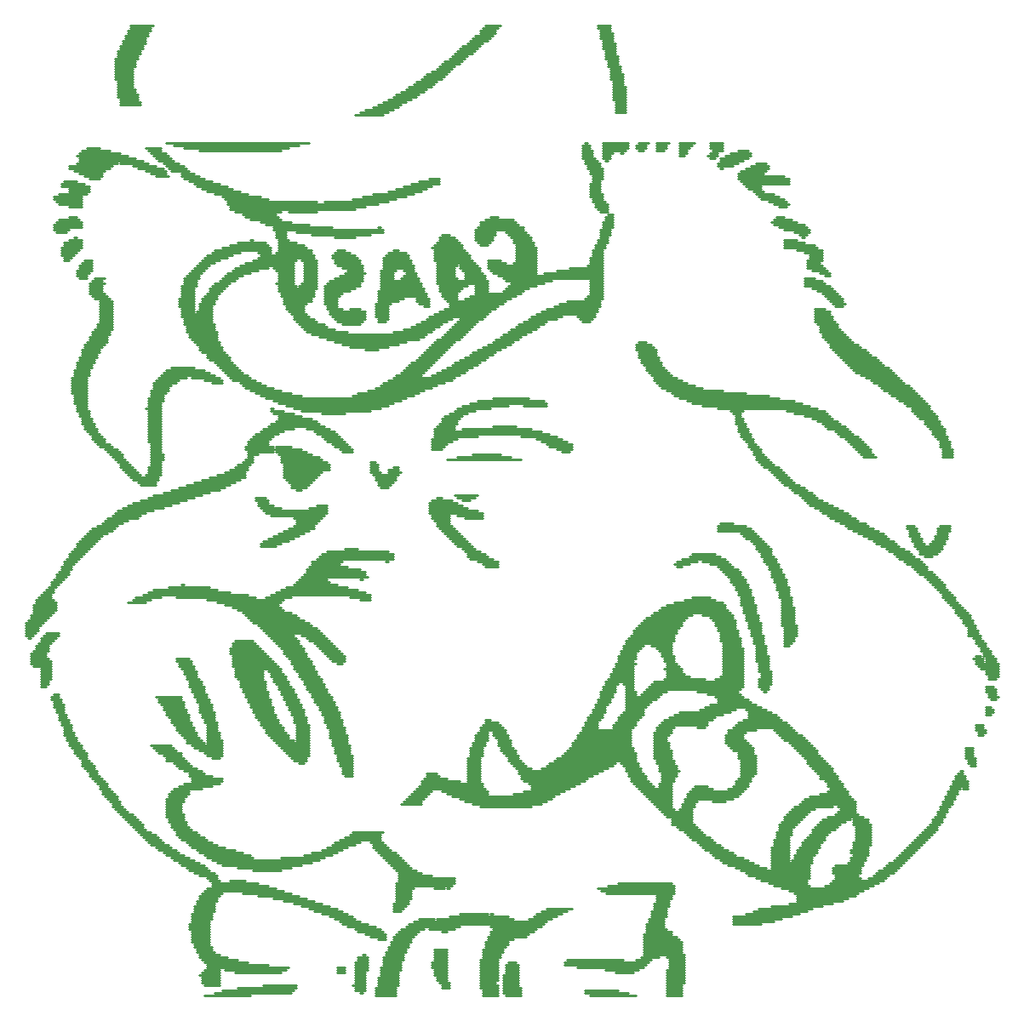
<source format=gbo>
%FSTAX23Y23*%
%MOIN*%
%SFA1B1*%

%IPPOS*%
%ADD33C,0.010000*%
%LNcontrolboard-1*%
%LPD*%
G54D33*
X02284Y03967D02*
X02334D01*
X01844D02*
X01904D01*
X00454D02*
X00544D01*
X02284Y03957D02*
X02334D01*
X01834D02*
X01894D01*
X00454D02*
X00534D01*
X02294Y03947D02*
X02334D01*
X01824D02*
X01884D01*
X00444D02*
X00534D01*
X02294Y03937D02*
X02344D01*
X01824D02*
X01884D01*
X00444D02*
X00524D01*
X02294Y03927D02*
X02344D01*
X01804D02*
X01874D01*
X00434D02*
X00524D01*
X02294Y03917D02*
X02344D01*
X01794D02*
X01864D01*
X00434D02*
X00514D01*
X02304Y03907D02*
X02344D01*
X01784D02*
X01854D01*
X00424D02*
X00514D01*
X02304Y03897D02*
X02354D01*
X01774D02*
X01834D01*
X00424D02*
X00514D01*
X02304Y03887D02*
X02354D01*
X01754D02*
X01824D01*
X00414D02*
X00504D01*
X02304Y03877D02*
X02354D01*
X01744D02*
X01814D01*
X00414D02*
X00504D01*
X02314Y03867D02*
X02354D01*
X01734D02*
X01804D01*
X00404D02*
X00494D01*
X02314Y03857D02*
X02354D01*
X01724D02*
X01794D01*
X00404D02*
X00494D01*
X02314Y03847D02*
X02364D01*
X01714D02*
X01774D01*
X00404D02*
X00484D01*
X02314Y03837D02*
X02364D01*
X01704D02*
X01764D01*
X00394D02*
X00484D01*
X02324Y03827D02*
X02364D01*
X01684D02*
X01754D01*
X00394D02*
X00474D01*
X02324Y03817D02*
X02364D01*
X01674D02*
X01744D01*
X00394D02*
X00474D01*
X02324Y03807D02*
X02374D01*
X01664D02*
X01724D01*
X00394D02*
X00474D01*
X02334Y03797D02*
X02374D01*
X01654D02*
X01714D01*
X00394D02*
X00464D01*
X02334Y03787D02*
X02374D01*
X01634D02*
X01704D01*
X00394D02*
X00464D01*
X02334Y03777D02*
X02384D01*
X01614D02*
X01694D01*
X00394D02*
X00464D01*
X02334Y03767D02*
X02384D01*
X01604D02*
X01684D01*
X00394D02*
X00464D01*
X02334Y03757D02*
X02384D01*
X01594D02*
X01674D01*
X00394D02*
X00464D01*
X02344Y03747D02*
X02384D01*
X01574D02*
X01654D01*
X00404D02*
X00464D01*
X02344Y03737D02*
X02384D01*
X01564D02*
X01644D01*
X00404D02*
X00464D01*
X02344Y03727D02*
X02394D01*
X01544D02*
X01634D01*
X00404D02*
X00464D01*
X02344Y03717D02*
X02394D01*
X01534D02*
X01614D01*
X00404D02*
X00474D01*
X02344Y03707D02*
X02394D01*
X01514D02*
X01604D01*
X00404D02*
X00474D01*
X02344Y03697D02*
X02394D01*
X01494D02*
X01584D01*
X00404D02*
X00484D01*
X02344Y03687D02*
X02394D01*
X01484D02*
X01574D01*
X00404D02*
X00484D01*
X02344Y03677D02*
X02394D01*
X01464D02*
X01554D01*
X00414D02*
X00484D01*
X02354Y03667D02*
X02394D01*
X01444D02*
X01534D01*
X00414D02*
X00494D01*
X02354Y03657D02*
X02394D01*
X01424D02*
X01514D01*
X00414D02*
X00494D01*
X02354Y03647D02*
X02394D01*
X01404D02*
X01504D01*
X02354Y03637D02*
X02394D01*
X01374D02*
X01484D01*
X02354Y03627D02*
X02394D01*
X01354D02*
X01464D01*
X01334Y03617D02*
X01444D01*
X02724Y03507D02*
X02774D01*
X02604D02*
X02664D01*
X02514D02*
X02564D01*
X02444D02*
X02484D01*
X02304D02*
X02404D01*
X02234D02*
X02244D01*
X00594D02*
X01154D01*
X02724Y03497D02*
X02774D01*
X02604D02*
X02654D01*
X02514D02*
X02554D01*
X02434D02*
X02474D01*
X02304D02*
X02404D01*
X02224D02*
X02254D01*
X00624D02*
X01114D01*
X02724Y03487D02*
X02774D01*
X02604D02*
X02644D01*
X02514D02*
X02554D01*
X02434D02*
X02474D01*
X02304D02*
X02404D01*
X02224D02*
X02254D01*
X00664D02*
X01074D01*
X00514D02*
X00574D01*
X00284D02*
X00334D01*
X02834Y03477D02*
X02874D01*
X02734D02*
X02774D01*
X02604D02*
X02634D01*
X02514D02*
X02544D01*
X02444D02*
X02464D01*
X02304D02*
X02394D01*
X02224D02*
X02264D01*
X00724D02*
X01044D01*
X00524D02*
X00574D01*
X00264D02*
X00374D01*
X02804Y03467D02*
X02884D01*
X02724D02*
X02754D01*
X02604D02*
X02634D01*
X02374D02*
X02384D01*
X02304D02*
X02344D01*
X02224D02*
X02264D01*
X00534D02*
X00594D01*
X00254D02*
X00414D01*
X02784Y03457D02*
X02884D01*
X02714D02*
X02754D01*
X02604D02*
X02624D01*
X02304D02*
X02334D01*
X02224D02*
X02264D01*
X00544D02*
X00604D01*
X00244D02*
X00444D01*
X02764Y03447D02*
X02874D01*
X02724D02*
X02744D01*
X02304D02*
X02334D01*
X02224D02*
X02274D01*
X00554D02*
X00614D01*
X00254D02*
X00474D01*
X02764Y03437D02*
X02854D01*
X02314D02*
X02324D01*
X02234D02*
X02284D01*
X00564D02*
X00624D01*
X00254D02*
X00504D01*
X02904Y03427D02*
X02944D01*
X02754D02*
X02834D01*
X02234D02*
X02294D01*
X00584D02*
X00644D01*
X00414D02*
X00524D01*
X00244D02*
X00404D01*
X02884Y03417D02*
X02954D01*
X02754D02*
X02814D01*
X02244D02*
X02294D01*
X00594D02*
X00664D01*
X00464D02*
X00554D01*
X00214D02*
X00384D01*
X02864Y03407D02*
X02954D01*
X02764D02*
X02774D01*
X02244D02*
X02304D01*
X00604D02*
X00674D01*
X00484D02*
X00584D01*
X00214D02*
X00374D01*
X02844Y03397D02*
X02944D01*
X02254D02*
X02304D01*
X00614D02*
X00684D01*
X00514D02*
X00594D01*
X00234D02*
X00354D01*
X02834Y03387D02*
X02934D01*
X02254D02*
X02304D01*
X00654D02*
X00704D01*
X00534D02*
X00594D01*
X00254D02*
X00344D01*
X02834Y03377D02*
X03014D01*
X02264D02*
X02304D01*
X00654D02*
X00724D01*
X00554D02*
X00604D01*
X00274D02*
X00344D01*
X02834Y03367D02*
X03034D01*
X02264D02*
X02304D01*
X01624D02*
X01664D01*
X00664D02*
X00744D01*
X00294D02*
X00334D01*
X02844Y03357D02*
X03034D01*
X02264D02*
X02294D01*
X01584D02*
X01664D01*
X00684D02*
X00774D01*
X00194D02*
X00244D01*
X02854Y03347D02*
X03034D01*
X02254D02*
X02294D01*
X01554D02*
X01664D01*
X00704D02*
X00804D01*
X00184D02*
X00274D01*
X02864Y03337D02*
X02924D01*
X02254D02*
X02294D01*
X01524D02*
X01634D01*
X00714D02*
X00834D01*
X00184D02*
X00294D01*
X02874Y03327D02*
X02924D01*
X02254D02*
X02294D01*
X01494D02*
X01614D01*
X00734D02*
X00854D01*
X00214D02*
X00294D01*
X02894Y03317D02*
X02934D01*
X02254D02*
X02294D01*
X01464D02*
X01594D01*
X00754D02*
X00884D01*
X00214D02*
X00294D01*
X02904Y03307D02*
X02974D01*
X02254D02*
X02304D01*
X01404D02*
X01564D01*
X00784D02*
X00914D01*
X00174D02*
X00284D01*
X02914Y03297D02*
X02994D01*
X02254D02*
X02304D01*
X01364D02*
X01534D01*
X00814D02*
X00964D01*
X00154D02*
X00264D01*
X02924Y03287D02*
X03014D01*
X02264D02*
X02304D01*
X01324D02*
X01494D01*
X00824D02*
X00994D01*
X00154D02*
X00264D01*
X02954Y03277D02*
X03024D01*
X02264D02*
X02314D01*
X01214D02*
X01464D01*
X00834D02*
X01184D01*
X00164D02*
X00264D01*
X02974Y03267D02*
X03034D01*
X02274D02*
X02324D01*
X00834D02*
X01424D01*
X00174D02*
X00264D01*
X02994Y03257D02*
X03024D01*
X02274D02*
X02324D01*
X00844D02*
X01374D01*
X00214D02*
X00264D01*
X02284Y03247D02*
X02324D01*
X00844D02*
X01334D01*
X02294Y03237D02*
X02324D01*
X01074D02*
X01184D01*
X00864D02*
X01044D01*
X02324Y03227D02*
X02344D01*
X00894D02*
X01024D01*
X02984Y03217D02*
X03014D01*
X02314D02*
X02344D01*
X01864D02*
X01894D01*
X00904D02*
X01034D01*
X00214D02*
X00244D01*
X02974Y03207D02*
X03044D01*
X02314D02*
X02344D01*
X01844D02*
X01954D01*
X00924D02*
X01044D01*
X00174D02*
X00254D01*
X02964Y03197D02*
X03064D01*
X02304D02*
X02344D01*
X01824D02*
X01964D01*
X00964D02*
X01084D01*
X00164D02*
X00264D01*
X02974Y03187D02*
X03094D01*
X02304D02*
X02344D01*
X01824D02*
X01974D01*
X00984D02*
X01154D01*
X00154D02*
X00264D01*
X02994Y03177D02*
X03104D01*
X02304D02*
X02344D01*
X01814D02*
X01994D01*
X01424D02*
X01434D01*
X01014D02*
X01244D01*
X00154D02*
X00264D01*
X03014Y03167D02*
X03114D01*
X02294D02*
X02334D01*
X01804D02*
X01994D01*
X01014D02*
X01444D01*
X00154D02*
X00214D01*
X03054Y03157D02*
X03114D01*
X02294D02*
X02334D01*
X01924D02*
X02004D01*
X01804D02*
X01884D01*
X01104D02*
X01444D01*
X01024D02*
X01064D01*
X00164D02*
X00204D01*
X03074Y03147D02*
X03104D01*
X02294D02*
X02334D01*
X01934D02*
X02014D01*
X01804D02*
X01884D01*
X01674D02*
X01704D01*
X01164D02*
X01394D01*
X01024D02*
X01064D01*
X03084Y03137D02*
X03094D01*
X02294D02*
X02324D01*
X01944D02*
X02024D01*
X01804D02*
X01874D01*
X01664D02*
X01724D01*
X01254D02*
X01334D01*
X01024D02*
X01064D01*
X00234D02*
X00244D01*
X03014Y03127D02*
X03064D01*
X02284D02*
X02324D01*
X01954D02*
X02024D01*
X01804D02*
X01874D01*
X01664D02*
X01734D01*
X01034D02*
X01074D01*
X00924D02*
X00934D01*
X00214D02*
X00264D01*
X03014Y03117D02*
X03094D01*
X02284D02*
X02324D01*
X01954D02*
X02034D01*
X01814D02*
X01864D01*
X01654D02*
X01744D01*
X01034D02*
X01104D01*
X00874D02*
X00984D01*
X00194D02*
X00264D01*
X03014Y03107D02*
X03134D01*
X02274D02*
X02314D01*
X01964D02*
X02034D01*
X01824D02*
X01854D01*
X01644D02*
X01754D01*
X01034D02*
X01134D01*
X00844D02*
X00994D01*
X00194D02*
X00264D01*
X03014Y03097D02*
X03144D01*
X02274D02*
X02314D01*
X01964D02*
X02044D01*
X01634D02*
X01754D01*
X01034D02*
X01144D01*
X00814D02*
X01004D01*
X00184D02*
X00264D01*
X03064Y03087D02*
X03164D01*
X02264D02*
X02304D01*
X01964D02*
X02044D01*
X01644D02*
X01764D01*
X01484D02*
X01504D01*
X01264D02*
X01294D01*
X01034D02*
X01164D01*
X00784D02*
X01004D01*
X00184D02*
X00254D01*
X03094Y03077D02*
X03164D01*
X02264D02*
X02304D01*
X01964D02*
X02044D01*
X01644D02*
X01774D01*
X01464D02*
X01534D01*
X01254D02*
X01314D01*
X01024D02*
X01164D01*
X00954D02*
X01004D01*
X00774D02*
X00884D01*
X00184D02*
X00244D01*
X03114Y03067D02*
X03164D01*
X02264D02*
X02304D01*
X01964D02*
X02044D01*
X01644D02*
X01784D01*
X01454D02*
X01544D01*
X01244D02*
X01334D01*
X00964D02*
X01174D01*
X00754D02*
X00854D01*
X00184D02*
X00234D01*
X03114Y03057D02*
X03164D01*
X02254D02*
X02304D01*
X01964D02*
X02044D01*
X01644D02*
X01784D01*
X01444D02*
X01544D01*
X01244D02*
X01344D01*
X00954D02*
X01174D01*
X00744D02*
X00834D01*
X00194D02*
X00224D01*
X03104Y03047D02*
X03164D01*
X02254D02*
X02304D01*
X01964D02*
X02044D01*
X01854D02*
X01904D01*
X01644D02*
X01794D01*
X01444D02*
X01554D01*
X01254D02*
X01354D01*
X01124D02*
X01184D01*
X00934D02*
X01104D01*
X00734D02*
X00804D01*
X00274D02*
X00304D01*
X00194D02*
X00214D01*
X03104Y03037D02*
X03154D01*
X02254D02*
X02304D01*
X01954D02*
X02044D01*
X01854D02*
X01924D01*
X01654D02*
X01804D01*
X01444D02*
X01554D01*
X01254D02*
X01354D01*
X01134D02*
X01184D01*
X00904D02*
X01094D01*
X00724D02*
X00784D01*
X00264D02*
X00304D01*
X03104Y03027D02*
X03164D01*
X02244D02*
X02304D01*
X01854D02*
X02044D01*
X01744D02*
X01814D01*
X01654D02*
X01734D01*
X01444D02*
X01564D01*
X01264D02*
X01364D01*
X01134D02*
X01184D01*
X00884D02*
X01094D01*
X00714D02*
X00764D01*
X00254D02*
X00304D01*
X03104Y03017D02*
X03174D01*
X02174D02*
X02304D01*
X01854D02*
X02044D01*
X01744D02*
X01824D01*
X01654D02*
X01724D01*
X01444D02*
X01564D01*
X01284D02*
X01364D01*
X01134D02*
X01184D01*
X01014D02*
X01094D01*
X00864D02*
X00994D01*
X00704D02*
X00754D01*
X00254D02*
X00304D01*
X03124Y03007D02*
X03184D01*
X02124D02*
X02304D01*
X01864D02*
X02044D01*
X01754D02*
X01824D01*
X01654D02*
X01724D01*
X01524D02*
X01564D01*
X01434D02*
X01494D01*
X01304D02*
X01364D01*
X01134D02*
X01184D01*
X01024D02*
X01094D01*
X00854D02*
X00954D01*
X00694D02*
X00744D01*
X00244D02*
X00304D01*
X03154Y02997D02*
X03194D01*
X02074D02*
X02304D01*
X01874D02*
X02044D01*
X01764D02*
X01834D01*
X01654D02*
X01724D01*
X01534D02*
X01574D01*
X01434D02*
X01484D01*
X01294D02*
X01374D01*
X01134D02*
X01184D01*
X01034D02*
X01094D01*
X00834D02*
X00924D01*
X00684D02*
X00734D01*
X00244D02*
X00294D01*
X03174Y02987D02*
X03194D01*
X01894D02*
X02304D01*
X01764D02*
X01844D01*
X01654D02*
X01724D01*
X01524D02*
X01574D01*
X01434D02*
X01484D01*
X01274D02*
X01364D01*
X01134D02*
X01184D01*
X01034D02*
X01094D01*
X00824D02*
X00894D01*
X00674D02*
X00724D01*
X00244D02*
X00284D01*
X03094Y02977D02*
X03134D01*
X01914D02*
X02304D01*
X01764D02*
X01844D01*
X01654D02*
X01734D01*
X01514D02*
X01584D01*
X01434D02*
X01484D01*
X01254D02*
X01364D01*
X01134D02*
X01184D01*
X01034D02*
X01094D01*
X00814D02*
X00874D01*
X00664D02*
X00724D01*
X00314D02*
X00354D01*
X00254D02*
X00284D01*
X03094Y02967D02*
X03164D01*
X02254D02*
X02304D01*
X01924D02*
X02104D01*
X01654D02*
X01854D01*
X01434D02*
X01584D01*
X01234D02*
X01364D01*
X01134D02*
X01184D01*
X01034D02*
X01094D01*
X00804D02*
X00864D01*
X00664D02*
X00714D01*
X00304D02*
X00344D01*
X03094Y02957D02*
X03174D01*
X02254D02*
X02304D01*
X01944D02*
X02074D01*
X01654D02*
X01854D01*
X01434D02*
X01594D01*
X01224D02*
X01354D01*
X01124D02*
X01184D01*
X01024D02*
X01094D01*
X00784D02*
X00844D01*
X00664D02*
X00714D01*
X00294D02*
X00354D01*
X03094Y02947D02*
X03194D01*
X02254D02*
X02304D01*
X01934D02*
X02044D01*
X01804D02*
X01854D01*
X01664D02*
X01774D01*
X01434D02*
X01594D01*
X01214D02*
X01354D01*
X01114D02*
X01184D01*
X01034D02*
X01104D01*
X00774D02*
X00834D01*
X00654D02*
X00714D01*
X00294D02*
X00344D01*
X03124Y02937D02*
X03204D01*
X02254D02*
X02304D01*
X01924D02*
X02014D01*
X01804D02*
X01854D01*
X01664D02*
X01754D01*
X01434D02*
X01604D01*
X01214D02*
X01334D01*
X01034D02*
X01184D01*
X00764D02*
X00824D01*
X00654D02*
X00704D01*
X00294D02*
X00344D01*
X03144Y02927D02*
X03214D01*
X02254D02*
X02304D01*
X01914D02*
X01994D01*
X01804D02*
X01854D01*
X01664D02*
X01744D01*
X01424D02*
X01604D01*
X01214D02*
X01314D01*
X01034D02*
X01174D01*
X00764D02*
X00814D01*
X00654D02*
X00704D01*
X00294D02*
X00344D01*
X03164Y02917D02*
X03224D01*
X02254D02*
X02304D01*
X01804D02*
X01984D01*
X01674D02*
X01734D01*
X01424D02*
X01614D01*
X01214D02*
X01284D01*
X01044D02*
X01174D01*
X00754D02*
X00804D01*
X00654D02*
X00704D01*
X00294D02*
X00354D01*
X03174Y02907D02*
X03234D01*
X02244D02*
X02304D01*
X01784D02*
X01964D01*
X01674D02*
X01734D01*
X01424D02*
X01614D01*
X01214D02*
X01274D01*
X01044D02*
X01174D01*
X00744D02*
X00794D01*
X00654D02*
X00704D01*
X00304D02*
X00364D01*
X03184Y02897D02*
X03244D01*
X02234D02*
X02304D01*
X01764D02*
X01944D01*
X01684D02*
X01734D01*
X01574D02*
X01624D01*
X01424D02*
X01524D01*
X01214D02*
X01264D01*
X01054D02*
X01164D01*
X00734D02*
X00794D01*
X00644D02*
X00704D01*
X00314D02*
X00374D01*
X03194Y02887D02*
X03244D01*
X02164D02*
X02294D01*
X01694D02*
X01924D01*
X01574D02*
X01624D01*
X01424D02*
X01504D01*
X01214D02*
X01264D01*
X01054D02*
X01164D01*
X00734D02*
X00784D01*
X00644D02*
X00704D01*
X00334D02*
X00384D01*
X03204Y02877D02*
X03254D01*
X02134D02*
X02294D01*
X01704D02*
X01914D01*
X01584D02*
X01624D01*
X01414D02*
X01474D01*
X01214D02*
X01264D01*
X01054D02*
X01144D01*
X00724D02*
X00784D01*
X00644D02*
X00704D01*
X00334D02*
X00384D01*
X03214Y02867D02*
X03244D01*
X02114D02*
X02294D01*
X01704D02*
X01894D01*
X01604D02*
X01624D01*
X01414D02*
X01464D01*
X01224D02*
X01264D01*
X01064D02*
X01134D01*
X00724D02*
X00774D01*
X00644D02*
X00704D01*
X00334D02*
X00384D01*
X03134Y02857D02*
X03174D01*
X02084D02*
X02284D01*
X01684D02*
X01884D01*
X01414D02*
X01464D01*
X01314D02*
X01354D01*
X01224D02*
X01284D01*
X01064D02*
X01134D01*
X00724D02*
X00774D01*
X00654D02*
X00704D01*
X00334D02*
X00384D01*
X03134Y02847D02*
X03194D01*
X02064D02*
X02284D01*
X01664D02*
X01864D01*
X01414D02*
X01464D01*
X01234D02*
X01374D01*
X01074D02*
X01134D01*
X00714D02*
X00774D01*
X00654D02*
X00704D01*
X00334D02*
X00384D01*
X03134Y02837D02*
X03194D01*
X02044D02*
X02274D01*
X01644D02*
X01854D01*
X01414D02*
X01464D01*
X01234D02*
X01374D01*
X01084D02*
X01144D01*
X00654D02*
X00774D01*
X00334D02*
X00384D01*
X03134Y02827D02*
X03204D01*
X02204D02*
X02274D01*
X02024D02*
X02144D01*
X01624D02*
X01844D01*
X01414D02*
X01464D01*
X01244D02*
X01374D01*
X01094D02*
X01154D01*
X00654D02*
X00774D01*
X00334D02*
X00384D01*
X03134Y02817D02*
X03204D01*
X02214D02*
X02264D01*
X02014D02*
X02124D01*
X01744D02*
X01834D01*
X01614D02*
X01714D01*
X01424D02*
X01464D01*
X01254D02*
X01374D01*
X01094D02*
X01174D01*
X00664D02*
X00774D01*
X00334D02*
X00384D01*
X03134Y02807D02*
X03214D01*
X02224D02*
X02254D01*
X01994D02*
X02084D01*
X01734D02*
X01814D01*
X01594D02*
X01694D01*
X01424D02*
X01454D01*
X01264D02*
X01364D01*
X01104D02*
X01184D01*
X00664D02*
X00774D01*
X00334D02*
X00384D01*
X03144Y02797D02*
X03224D01*
X01974D02*
X02074D01*
X01724D02*
X01804D01*
X01574D02*
X01674D01*
X01284D02*
X01354D01*
X01114D02*
X01214D01*
X00664D02*
X00784D01*
X00324D02*
X00384D01*
X03154Y02787D02*
X03224D01*
X01964D02*
X02054D01*
X01714D02*
X01794D01*
X01554D02*
X01664D01*
X01124D02*
X01224D01*
X00674D02*
X00784D01*
X00324D02*
X00384D01*
X03154Y02777D02*
X03234D01*
X01944D02*
X02044D01*
X01704D02*
X01784D01*
X01524D02*
X01644D01*
X01134D02*
X01254D01*
X00674D02*
X00784D01*
X00314D02*
X00384D01*
X03154Y02767D02*
X03244D01*
X01934D02*
X02024D01*
X01694D02*
X01774D01*
X01484D02*
X01634D01*
X01144D02*
X01304D01*
X00674D02*
X00794D01*
X00304D02*
X00374D01*
X03164Y02757D02*
X03254D01*
X01914D02*
X02004D01*
X01684D02*
X01764D01*
X01164D02*
X01614D01*
X00684D02*
X00794D01*
X00304D02*
X00374D01*
X03164Y02747D02*
X03264D01*
X01904D02*
X01984D01*
X01674D02*
X01754D01*
X01194D02*
X01604D01*
X00684D02*
X00794D01*
X00294D02*
X00364D01*
X03174Y02737D02*
X03274D01*
X01884D02*
X01974D01*
X01654D02*
X01744D01*
X01224D02*
X01584D01*
X00694D02*
X00794D01*
X00294D02*
X00364D01*
X03184Y02727D02*
X03284D01*
X02444D02*
X02474D01*
X01874D02*
X01954D01*
X01644D02*
X01724D01*
X01254D02*
X01534D01*
X00704D02*
X00804D01*
X00284D02*
X00364D01*
X03194Y02717D02*
X03304D01*
X02434D02*
X02494D01*
X01854D02*
X01944D01*
X01634D02*
X01714D01*
X01284D02*
X01504D01*
X00714D02*
X00804D01*
X00274D02*
X00354D01*
X03194Y02707D02*
X03314D01*
X02434D02*
X02504D01*
X01834D02*
X01924D01*
X01624D02*
X01704D01*
X01314D02*
X01464D01*
X00724D02*
X00814D01*
X00274D02*
X00344D01*
X03204Y02697D02*
X03334D01*
X02434D02*
X02514D01*
X01814D02*
X01904D01*
X01614D02*
X01694D01*
X01374D02*
X01424D01*
X00724D02*
X00814D01*
X00264D02*
X00334D01*
X03214Y02687D02*
X03344D01*
X02444D02*
X02514D01*
X01794D02*
X01884D01*
X01604D02*
X01684D01*
X00734D02*
X00824D01*
X00264D02*
X00334D01*
X03224Y02677D02*
X03354D01*
X02444D02*
X02514D01*
X01784D02*
X01874D01*
X01594D02*
X01674D01*
X00754D02*
X00834D01*
X00264D02*
X00324D01*
X03234Y02667D02*
X03374D01*
X02444D02*
X02524D01*
X01764D02*
X01854D01*
X01584D02*
X01664D01*
X00754D02*
X00844D01*
X00254D02*
X00324D01*
X03244Y02657D02*
X03384D01*
X02454D02*
X02524D01*
X01744D02*
X01844D01*
X01574D02*
X01654D01*
X00764D02*
X00844D01*
X00254D02*
X00314D01*
X03254Y02647D02*
X03394D01*
X02454D02*
X02534D01*
X01724D02*
X01824D01*
X01554D02*
X01644D01*
X00784D02*
X00854D01*
X00244D02*
X00314D01*
X03264Y02637D02*
X03404D01*
X02464D02*
X02534D01*
X01714D02*
X01814D01*
X01544D02*
X01634D01*
X00794D02*
X00864D01*
X00244D02*
X00304D01*
X03274Y02627D02*
X03424D01*
X02474D02*
X02544D01*
X01694D02*
X01794D01*
X01534D02*
X01624D01*
X00804D02*
X00874D01*
X00614D02*
X00704D01*
X00244D02*
X00304D01*
X03284Y02617D02*
X03434D01*
X02474D02*
X02554D01*
X01674D02*
X01774D01*
X01524D02*
X01614D01*
X00814D02*
X00884D01*
X00594D02*
X00744D01*
X00234D02*
X00294D01*
X03294Y02607D02*
X03444D01*
X02484D02*
X02564D01*
X01654D02*
X01764D01*
X01514D02*
X01604D01*
X00824D02*
X00894D01*
X00584D02*
X00764D01*
X00234D02*
X00294D01*
X03314Y02597D02*
X03454D01*
X02494D02*
X02574D01*
X01634D02*
X01744D01*
X01494D02*
X01594D01*
X00834D02*
X00914D01*
X00574D02*
X00784D01*
X00234D02*
X00294D01*
X03334Y02587D02*
X03464D01*
X02504D02*
X02594D01*
X01484D02*
X01724D01*
X00844D02*
X00924D01*
X00694D02*
X00804D01*
X00564D02*
X00674D01*
X00224D02*
X00284D01*
X03354Y02577D02*
X03474D01*
X02504D02*
X02614D01*
X01464D02*
X01714D01*
X00854D02*
X00944D01*
X00744D02*
X00814D01*
X00554D02*
X00644D01*
X00224D02*
X00284D01*
X03364Y02567D02*
X03484D01*
X02514D02*
X02634D01*
X01444D02*
X01684D01*
X00884D02*
X00964D01*
X00774D02*
X00814D01*
X00544D02*
X00634D01*
X00224D02*
X00284D01*
X03384Y02557D02*
X03504D01*
X02524D02*
X02664D01*
X01434D02*
X01654D01*
X00894D02*
X00984D01*
X00544D02*
X00614D01*
X00224D02*
X00284D01*
X03394Y02547D02*
X03514D01*
X02534D02*
X02694D01*
X01414D02*
X01634D01*
X00904D02*
X01014D01*
X00544D02*
X00604D01*
X00224D02*
X00284D01*
X03404Y02537D02*
X03524D01*
X02554D02*
X02774D01*
X01384D02*
X01604D01*
X00924D02*
X01044D01*
X00534D02*
X00604D01*
X00224D02*
X00284D01*
X03424Y02527D02*
X03534D01*
X02574D02*
X02864D01*
X01344D02*
X01584D01*
X00944D02*
X01084D01*
X00534D02*
X00594D01*
X00224D02*
X00284D01*
X03434Y02517D02*
X03544D01*
X02584D02*
X02954D01*
X01324D02*
X01564D01*
X00964D02*
X01124D01*
X00534D02*
X00584D01*
X00234D02*
X00284D01*
X03454Y02507D02*
X03554D01*
X02604D02*
X02994D01*
X01874D02*
X02014D01*
X00984D02*
X01534D01*
X00524D02*
X00584D01*
X00234D02*
X00284D01*
X03464Y02497D02*
X03564D01*
X02634D02*
X03054D01*
X01814D02*
X02074D01*
X01014D02*
X01514D01*
X00524D02*
X00584D01*
X00234D02*
X00284D01*
X03484Y02487D02*
X03574D01*
X02654D02*
X03084D01*
X01784D02*
X02084D01*
X01034D02*
X01484D01*
X00524D02*
X00574D01*
X00234D02*
X00284D01*
X03494Y02477D02*
X03584D01*
X02694D02*
X03114D01*
X01994D02*
X02084D01*
X01754D02*
X01934D01*
X01064D02*
X01464D01*
X00524D02*
X00574D01*
X00244D02*
X00284D01*
X03514Y02467D02*
X03584D01*
X02754D02*
X03144D01*
X01734D02*
X01864D01*
X01094D02*
X01434D01*
X01004D02*
X01014D01*
X00514D02*
X00574D01*
X00244D02*
X00284D01*
X03514Y02457D02*
X03594D01*
X03024D02*
X03174D01*
X02804D02*
X02854D01*
X01724D02*
X01804D01*
X01124D02*
X01394D01*
X01004D02*
X01054D01*
X00524D02*
X00574D01*
X00244D02*
X00294D01*
X03524Y02447D02*
X03604D01*
X03054D02*
X03184D01*
X02814D02*
X02844D01*
X01704D02*
X01774D01*
X01204D02*
X01294D01*
X01014D02*
X01094D01*
X00524D02*
X00574D01*
X00254D02*
X00294D01*
X03534Y02437D02*
X03614D01*
X03094D02*
X03194D01*
X02824D02*
X02844D01*
X01684D02*
X01754D01*
X01034D02*
X01124D01*
X00524D02*
X00574D01*
X00254D02*
X00294D01*
X03544Y02427D02*
X03614D01*
X03124D02*
X03204D01*
X02824D02*
X02854D01*
X01674D02*
X01744D01*
X01034D02*
X01164D01*
X00524D02*
X00574D01*
X00264D02*
X00304D01*
X03564Y02417D02*
X03624D01*
X03144D02*
X03224D01*
X02824D02*
X02854D01*
X01674D02*
X01734D01*
X01024D02*
X01184D01*
X00524D02*
X00574D01*
X00264D02*
X00304D01*
X03564Y02407D02*
X03624D01*
X03164D02*
X03234D01*
X02824D02*
X02864D01*
X01664D02*
X01734D01*
X01004D02*
X01194D01*
X00524D02*
X00574D01*
X00264D02*
X00314D01*
X03574Y02397D02*
X03634D01*
X03174D02*
X03254D01*
X02834D02*
X02864D01*
X01874D02*
X01964D01*
X01654D02*
X01724D01*
X00994D02*
X01214D01*
X00524D02*
X00574D01*
X00274D02*
X00314D01*
X03584Y02387D02*
X03644D01*
X03184D02*
X03264D01*
X02834D02*
X02874D01*
X01754D02*
X02024D01*
X01644D02*
X01724D01*
X01144D02*
X01234D01*
X00974D02*
X01094D01*
X00524D02*
X00574D01*
X00274D02*
X00324D01*
X03594Y02377D02*
X03644D01*
X03214D02*
X03274D01*
X02834D02*
X02874D01*
X01644D02*
X02064D01*
X01174D02*
X01254D01*
X00964D02*
X01054D01*
X00524D02*
X00574D01*
X00284D02*
X00324D01*
X03594Y02367D02*
X03644D01*
X03224D02*
X03284D01*
X02844D02*
X02884D01*
X01644D02*
X02094D01*
X01184D02*
X01264D01*
X00944D02*
X01034D01*
X00524D02*
X00574D01*
X00294D02*
X00334D01*
X03604Y02357D02*
X03654D01*
X03234D02*
X03304D01*
X02844D02*
X02884D01*
X01984D02*
X02124D01*
X01644D02*
X01814D01*
X01204D02*
X01274D01*
X00934D02*
X01014D01*
X00524D02*
X00574D01*
X00304D02*
X00344D01*
X03614Y02347D02*
X03654D01*
X03254D02*
X03314D01*
X02854D02*
X02894D01*
X02044D02*
X02144D01*
X01634D02*
X01734D01*
X01214D02*
X01284D01*
X00924D02*
X01004D01*
X00524D02*
X00574D01*
X00304D02*
X00354D01*
X03624Y02337D02*
X03664D01*
X03264D02*
X03324D01*
X02864D02*
X02894D01*
X02064D02*
X02164D01*
X01634D02*
X01714D01*
X01224D02*
X01294D01*
X00914D02*
X00994D01*
X00524D02*
X00574D01*
X00314D02*
X00354D01*
X03624Y02327D02*
X03664D01*
X03274D02*
X03334D01*
X02874D02*
X02904D01*
X02084D02*
X02184D01*
X01634D02*
X01694D01*
X01244D02*
X01304D01*
X00914D02*
X00994D01*
X00534D02*
X00574D01*
X00324D02*
X00374D01*
X03624Y02317D02*
X03664D01*
X03284D02*
X03344D01*
X02874D02*
X02914D01*
X02094D02*
X02184D01*
X01634D02*
X01684D01*
X01254D02*
X01314D01*
X01024D02*
X01084D01*
X00904D02*
X01014D01*
X00534D02*
X00574D01*
X00334D02*
X00384D01*
X03634Y02307D02*
X03674D01*
X03294D02*
X03354D01*
X02884D02*
X02924D01*
X02124D02*
X02184D01*
X01634D02*
X01674D01*
X01274D02*
X01324D01*
X00904D02*
X01124D01*
X00534D02*
X00574D01*
X00354D02*
X00404D01*
X03634Y02297D02*
X03674D01*
X03304D02*
X03354D01*
X02894D02*
X02924D01*
X02144D02*
X02174D01*
X01284D02*
X01324D01*
X01024D02*
X01144D01*
X00914D02*
X01014D01*
X00534D02*
X00574D01*
X00364D02*
X00414D01*
X03634Y02287D02*
X03674D01*
X03314D02*
X03364D01*
X02894D02*
X02934D01*
X01794D02*
X01904D01*
X01034D02*
X01164D01*
X00914D02*
X00954D01*
X00534D02*
X00584D01*
X00374D02*
X00424D01*
X03634Y02277D02*
X03674D01*
X03324D02*
X03374D01*
X02904D02*
X02944D01*
X01734D02*
X01944D01*
X01044D02*
X01194D01*
X00914D02*
X00934D01*
X00534D02*
X00584D01*
X00384D02*
X00424D01*
X02904Y02267D02*
X02954D01*
X01694D02*
X01984D01*
X01044D02*
X01204D01*
X00904D02*
X00934D01*
X00534D02*
X00584D01*
X00394D02*
X00434D01*
X02914Y02257D02*
X02964D01*
X01394D02*
X01414D01*
X01044D02*
X01224D01*
X00894D02*
X00934D01*
X00534D02*
X00574D01*
X00404D02*
X00444D01*
X02924Y02247D02*
X02974D01*
X01394D02*
X01424D01*
X01054D02*
X01234D01*
X00874D02*
X00924D01*
X00534D02*
X00574D01*
X00414D02*
X00454D01*
X02934Y02237D02*
X02994D01*
X01484D02*
X01504D01*
X01394D02*
X01424D01*
X01054D02*
X01234D01*
X00864D02*
X00914D01*
X00524D02*
X00574D01*
X00414D02*
X00464D01*
X02954Y02227D02*
X03004D01*
X01464D02*
X01504D01*
X01394D02*
X01424D01*
X01054D02*
X01234D01*
X00844D02*
X00914D01*
X00524D02*
X00574D01*
X00424D02*
X00474D01*
X02964Y02217D02*
X03014D01*
X01464D02*
X01514D01*
X01394D02*
X01434D01*
X01054D02*
X01204D01*
X00824D02*
X00904D01*
X00524D02*
X00574D01*
X00434D02*
X00484D01*
X02974Y02207D02*
X03024D01*
X01404D02*
X01504D01*
X01054D02*
X01194D01*
X00794D02*
X00904D01*
X00514D02*
X00574D01*
X00444D02*
X00494D01*
X02984Y02197D02*
X03034D01*
X01414D02*
X01494D01*
X01054D02*
X01184D01*
X00764D02*
X00904D01*
X00454D02*
X00564D01*
X02994Y02187D02*
X03044D01*
X01414D02*
X01494D01*
X01064D02*
X01174D01*
X00734D02*
X00884D01*
X00464D02*
X00564D01*
X03004Y02177D02*
X03054D01*
X01424D02*
X01484D01*
X01074D02*
X01164D01*
X00704D02*
X00864D01*
X00484D02*
X00554D01*
X03014Y02167D02*
X03074D01*
X01424D02*
X01474D01*
X01084D02*
X01154D01*
X00674D02*
X00844D01*
X00494D02*
X00554D01*
X03034Y02157D02*
X03094D01*
X01434D02*
X01464D01*
X01084D02*
X01144D01*
X00644D02*
X00824D01*
X03044Y02147D02*
X03104D01*
X01104D02*
X01124D01*
X00614D02*
X00804D01*
X03054Y02137D02*
X03124D01*
X00584D02*
X00764D01*
X03074Y02127D02*
X03134D01*
X01724D02*
X01814D01*
X00544D02*
X00734D01*
X03084Y02117D02*
X03144D01*
X01734D02*
X01804D01*
X01654D02*
X01674D01*
X00944D02*
X00984D01*
X00524D02*
X00704D01*
X03094Y02107D02*
X03164D01*
X01754D02*
X01784D01*
X01634D02*
X01714D01*
X00944D02*
X00994D01*
X00494D02*
X00674D01*
X03104Y02097D02*
X03184D01*
X01624D02*
X01734D01*
X00954D02*
X00994D01*
X00464D02*
X00644D01*
X03114Y02087D02*
X03204D01*
X01624D02*
X01754D01*
X01184D02*
X01224D01*
X00954D02*
X01014D01*
X00444D02*
X00614D01*
X03134Y02077D02*
X03224D01*
X01624D02*
X01774D01*
X01154D02*
X01224D01*
X00964D02*
X01044D01*
X00424D02*
X00584D01*
X03154Y02067D02*
X03244D01*
X01624D02*
X01814D01*
X00974D02*
X01224D01*
X00404D02*
X00544D01*
X03164Y02057D02*
X03264D01*
X01624D02*
X01834D01*
X00984D02*
X01224D01*
X00394D02*
X00514D01*
X03184Y02047D02*
X03274D01*
X01734D02*
X01834D01*
X01634D02*
X01704D01*
X01004D02*
X01214D01*
X00384D02*
X00494D01*
X03194Y02037D02*
X03294D01*
X01764D02*
X01834D01*
X01634D02*
X01704D01*
X01094D02*
X01204D01*
X00364D02*
X00484D01*
X03214Y02027D02*
X03304D01*
X01644D02*
X01704D01*
X01104D02*
X01194D01*
X00354D02*
X00444D01*
X03234Y02017D02*
X03334D01*
X02764D02*
X02814D01*
X01654D02*
X01704D01*
X01104D02*
X01184D01*
X00344D02*
X00424D01*
X03624Y02007D02*
X03664D01*
X03494D02*
X03524D01*
X03254D02*
X03344D01*
X02754D02*
X02864D01*
X01654D02*
X01714D01*
X01094D02*
X01174D01*
X00324D02*
X00404D01*
X03614Y01997D02*
X03664D01*
X03494D02*
X03534D01*
X03264D02*
X03364D01*
X02754D02*
X02884D01*
X01664D02*
X01724D01*
X01074D02*
X01174D01*
X00304D02*
X00394D01*
X03614Y01987D02*
X03664D01*
X03504D02*
X03534D01*
X03284D02*
X03384D01*
X02754D02*
X02894D01*
X01674D02*
X01734D01*
X01054D02*
X01154D01*
X00294D02*
X00384D01*
X03614Y01977D02*
X03654D01*
X03504D02*
X03544D01*
X03304D02*
X03404D01*
X02844D02*
X02904D01*
X01684D02*
X01744D01*
X01034D02*
X01134D01*
X00284D02*
X00364D01*
X03604Y01967D02*
X03654D01*
X03504D02*
X03544D01*
X03324D02*
X03414D01*
X02854D02*
X02914D01*
X01694D02*
X01754D01*
X01014D02*
X01114D01*
X00274D02*
X00344D01*
X03604Y01957D02*
X03654D01*
X03514D02*
X03554D01*
X03344D02*
X03424D01*
X02864D02*
X02924D01*
X01704D02*
X01764D01*
X00994D02*
X01094D01*
X00264D02*
X00334D01*
X03594Y01947D02*
X03644D01*
X03514D02*
X03554D01*
X03364D02*
X03444D01*
X02884D02*
X02934D01*
X01714D02*
X01774D01*
X00974D02*
X01074D01*
X00254D02*
X00324D01*
X03584Y01937D02*
X03644D01*
X03524D02*
X03564D01*
X03374D02*
X03454D01*
X02894D02*
X02944D01*
X01724D02*
X01784D01*
X00964D02*
X01044D01*
X00244D02*
X00314D01*
X03524Y01927D02*
X03634D01*
X03394D02*
X03464D01*
X02904D02*
X02954D01*
X01734D02*
X01794D01*
X00964D02*
X01024D01*
X00244D02*
X00304D01*
X03534Y01917D02*
X03634D01*
X03414D02*
X03484D01*
X02904D02*
X02964D01*
X01754D02*
X01804D01*
X01294D02*
X01344D01*
X00234D02*
X00294D01*
X03544Y01907D02*
X03624D01*
X03424D02*
X03504D01*
X02914D02*
X02964D01*
X01764D02*
X01824D01*
X01224D02*
X01464D01*
X00224D02*
X00284D01*
X03544Y01897D02*
X03614D01*
X03444D02*
X03514D01*
X02924D02*
X02964D01*
X02654D02*
X02744D01*
X01774D02*
X01844D01*
X01204D02*
X01484D01*
X00214D02*
X00274D01*
X03564Y01887D02*
X03594D01*
X03454D02*
X03524D01*
X02924D02*
X02974D01*
X02644D02*
X02764D01*
X01774D02*
X01854D01*
X01194D02*
X01484D01*
X00214D02*
X00264D01*
X03464Y01877D02*
X03544D01*
X02934D02*
X02984D01*
X02614D02*
X02784D01*
X01784D02*
X01874D01*
X01184D02*
X01484D01*
X00204D02*
X00254D01*
X03484Y01867D02*
X03554D01*
X02934D02*
X02984D01*
X02694D02*
X02794D01*
X02594D02*
X02674D01*
X01814D02*
X01894D01*
X01454D02*
X01464D01*
X01164D02*
X01284D01*
X00194D02*
X00244D01*
X03494Y01857D02*
X03564D01*
X02944D02*
X02994D01*
X02724D02*
X02804D01*
X02584D02*
X02644D01*
X01834D02*
X01894D01*
X01164D02*
X01274D01*
X00194D02*
X00234D01*
X03514Y01847D02*
X03574D01*
X02954D02*
X02994D01*
X02754D02*
X02814D01*
X02594D02*
X02614D01*
X01844D02*
X01894D01*
X01154D02*
X01304D01*
X00184D02*
X00224D01*
X03524Y01837D02*
X03574D01*
X02954D02*
X03004D01*
X02764D02*
X02834D01*
X01144D02*
X01354D01*
X00184D02*
X00224D01*
X03534Y01827D02*
X03594D01*
X02964D02*
X03004D01*
X02774D02*
X02844D01*
X01144D02*
X01374D01*
X00174D02*
X00214D01*
X03544Y01817D02*
X03604D01*
X02964D02*
X03014D01*
X02784D02*
X02844D01*
X01134D02*
X01374D01*
X00164D02*
X00214D01*
X03564Y01807D02*
X03614D01*
X02964D02*
X03014D01*
X02794D02*
X02854D01*
X01124D02*
X01384D01*
X00164D02*
X00204D01*
X03574Y01797D02*
X03624D01*
X02974D02*
X03024D01*
X02804D02*
X02864D01*
X01354D02*
X01364D01*
X01114D02*
X01224D01*
X00154D02*
X00194D01*
X03584Y01787D02*
X03634D01*
X02974D02*
X03024D01*
X02804D02*
X02864D01*
X01104D02*
X01234D01*
X00144D02*
X00184D01*
X03594Y01777D02*
X03644D01*
X02984D02*
X03024D01*
X02814D02*
X02874D01*
X01094D02*
X01264D01*
X00654D02*
X00664D01*
X00144D02*
X00174D01*
X03604Y01767D02*
X03644D01*
X02984D02*
X03034D01*
X02824D02*
X02874D01*
X01064D02*
X01304D01*
X00604D02*
X00764D01*
X00134D02*
X00164D01*
X03614Y01757D02*
X03654D01*
X02984D02*
X03034D01*
X02824D02*
X02884D01*
X01044D02*
X01344D01*
X00544D02*
X00794D01*
X00124D02*
X00154D01*
X03624Y01747D02*
X03664D01*
X02994D02*
X03034D01*
X02834D02*
X02884D01*
X01024D02*
X01374D01*
X00524D02*
X00844D01*
X00114D02*
X00154D01*
X03634Y01737D02*
X03674D01*
X02994D02*
X03034D01*
X02834D02*
X02884D01*
X01004D02*
X01394D01*
X00504D02*
X00914D01*
X00104D02*
X00144D01*
X03634Y01727D02*
X03684D01*
X02994D02*
X03044D01*
X02844D02*
X02894D01*
X02654D02*
X02724D01*
X01314D02*
X01394D01*
X00984D02*
X01084D01*
X00634D02*
X00944D01*
X00474D02*
X00574D01*
X00094D02*
X00144D01*
X03644Y01717D02*
X03684D01*
X03004D02*
X03044D01*
X02844D02*
X02894D01*
X02624D02*
X02744D01*
X01354D02*
X01394D01*
X00754D02*
X01054D01*
X00464D02*
X00534D01*
X00084D02*
X00154D01*
X03654Y01707D02*
X03694D01*
X03004D02*
X03044D01*
X02844D02*
X02894D01*
X02584D02*
X02774D01*
X00794D02*
X01044D01*
X00444D02*
X00514D01*
X00084D02*
X00164D01*
X03664Y01697D02*
X03704D01*
X03004D02*
X03044D01*
X02844D02*
X02904D01*
X02554D02*
X02784D01*
X00824D02*
X01034D01*
X00074D02*
X00164D01*
X03674Y01687D02*
X03714D01*
X03004D02*
X03054D01*
X02854D02*
X02904D01*
X02534D02*
X02784D01*
X00854D02*
X01044D01*
X00074D02*
X00164D01*
X03684Y01677D02*
X03724D01*
X03004D02*
X03054D01*
X02854D02*
X02904D01*
X02524D02*
X02794D01*
X00874D02*
X01054D01*
X00074D02*
X00164D01*
X03684Y01667D02*
X03734D01*
X03004D02*
X03054D01*
X02854D02*
X02904D01*
X02504D02*
X02804D01*
X00894D02*
X01084D01*
X00074D02*
X00154D01*
X03694Y01657D02*
X03744D01*
X03004D02*
X03054D01*
X02864D02*
X02914D01*
X02694D02*
X02814D01*
X02494D02*
X02654D01*
X00904D02*
X01104D01*
X00064D02*
X00144D01*
X03704Y01647D02*
X03744D01*
X03004D02*
X03054D01*
X02864D02*
X02914D01*
X02724D02*
X02814D01*
X02474D02*
X02634D01*
X00914D02*
X01114D01*
X00064D02*
X00134D01*
X03714Y01637D02*
X03754D01*
X03004D02*
X03054D01*
X02864D02*
X02914D01*
X02734D02*
X02824D01*
X02464D02*
X02624D01*
X00924D02*
X01134D01*
X00054D02*
X00124D01*
X03714Y01627D02*
X03754D01*
X03004D02*
X03054D01*
X02874D02*
X02924D01*
X02744D02*
X02824D01*
X02454D02*
X02614D01*
X00934D02*
X01154D01*
X00044D02*
X00114D01*
X03724Y01617D02*
X03764D01*
X03004D02*
X03064D01*
X02874D02*
X02924D01*
X02744D02*
X02824D01*
X02444D02*
X02614D01*
X00954D02*
X01164D01*
X00044D02*
X00104D01*
X03734Y01607D02*
X03764D01*
X03014D02*
X03064D01*
X02874D02*
X02924D01*
X02754D02*
X02824D01*
X02434D02*
X02604D01*
X00964D02*
X01184D01*
X00044D02*
X00094D01*
X03734Y01597D02*
X03774D01*
X03014D02*
X03064D01*
X02884D02*
X02924D01*
X02754D02*
X02834D01*
X02424D02*
X02594D01*
X00974D02*
X01194D01*
X00044D02*
X00094D01*
X03734Y01587D02*
X03774D01*
X03014D02*
X03064D01*
X02884D02*
X02924D01*
X02764D02*
X02834D01*
X02424D02*
X02594D01*
X00984D02*
X01204D01*
X00124D02*
X00174D01*
X00044D02*
X00084D01*
X03734Y01577D02*
X03784D01*
X03014D02*
X03064D01*
X02884D02*
X02934D01*
X02764D02*
X02834D01*
X02414D02*
X02584D01*
X01124D02*
X01214D01*
X00994D02*
X01094D01*
X00114D02*
X00174D01*
X00044D02*
X00074D01*
X03754Y01567D02*
X03784D01*
X03014D02*
X03054D01*
X02894D02*
X02934D01*
X02764D02*
X02844D01*
X02404D02*
X02584D01*
X01144D02*
X01224D01*
X01004D02*
X01104D01*
X00104D02*
X00164D01*
X00054D02*
X00064D01*
X03764Y01557D02*
X03794D01*
X03014D02*
X03054D01*
X02894D02*
X02934D01*
X02764D02*
X02844D01*
X02394D02*
X02584D01*
X01154D02*
X01234D01*
X01014D02*
X01114D01*
X00864D02*
X00934D01*
X00104D02*
X00154D01*
X03764Y01547D02*
X03804D01*
X03014D02*
X03044D01*
X02894D02*
X02934D01*
X02774D02*
X02844D01*
X02394D02*
X02574D01*
X01174D02*
X01244D01*
X01024D02*
X01114D01*
X00854D02*
X00944D01*
X00094D02*
X00144D01*
X03774Y01537D02*
X03804D01*
X03014D02*
X03034D01*
X02904D02*
X02944D01*
X02774D02*
X02844D01*
X02494D02*
X02574D01*
X02384D02*
X02464D01*
X01184D02*
X01254D01*
X01034D02*
X01124D01*
X00854D02*
X00954D01*
X00084D02*
X00134D01*
X03784Y01527D02*
X03814D01*
X02904D02*
X02944D01*
X02774D02*
X02854D01*
X02514D02*
X02574D01*
X02384D02*
X02454D01*
X01194D02*
X01264D01*
X01044D02*
X01134D01*
X00844D02*
X00964D01*
X00084D02*
X00134D01*
X03784Y01517D02*
X03824D01*
X02904D02*
X02944D01*
X02774D02*
X02854D01*
X02524D02*
X02574D01*
X02374D02*
X02444D01*
X01204D02*
X01274D01*
X01054D02*
X01134D01*
X00844D02*
X00974D01*
X00074D02*
X00134D01*
X03794Y01507D02*
X03824D01*
X02904D02*
X02944D01*
X02774D02*
X02854D01*
X02534D02*
X02574D01*
X02374D02*
X02434D01*
X01214D02*
X01284D01*
X01054D02*
X01144D01*
X00844D02*
X00984D01*
X00064D02*
X00124D01*
X03794Y01497D02*
X03834D01*
X03764D02*
X03784D01*
X02904D02*
X02954D01*
X02774D02*
X02854D01*
X02534D02*
X02584D01*
X02364D02*
X02434D01*
X01224D02*
X01294D01*
X01064D02*
X01144D01*
X00854D02*
X00994D01*
X00064D02*
X00124D01*
X03804Y01487D02*
X03844D01*
X03754D02*
X03794D01*
X02904D02*
X02954D01*
X02774D02*
X02854D01*
X02544D02*
X02584D01*
X02364D02*
X02434D01*
X01234D02*
X01294D01*
X01074D02*
X01154D01*
X00854D02*
X01004D01*
X00634D02*
X00684D01*
X00064D02*
X00134D01*
X03804Y01477D02*
X03844D01*
X03764D02*
X03794D01*
X02904D02*
X02954D01*
X02774D02*
X02854D01*
X02544D02*
X02584D01*
X02364D02*
X02424D01*
X01244D02*
X01294D01*
X01084D02*
X01164D01*
X00854D02*
X01014D01*
X00634D02*
X00694D01*
X00064D02*
X00144D01*
X03764Y01467D02*
X03854D01*
X02914D02*
X02954D01*
X02774D02*
X02854D01*
X02554D02*
X02594D01*
X02354D02*
X02434D01*
X01264D02*
X01284D01*
X01084D02*
X01164D01*
X00854D02*
X01024D01*
X00644D02*
X00694D01*
X00064D02*
X00144D01*
X03774Y01457D02*
X03854D01*
X02914D02*
X02954D01*
X02774D02*
X02854D01*
X02554D02*
X02604D01*
X02354D02*
X02424D01*
X01094D02*
X01174D01*
X00854D02*
X01034D01*
X00644D02*
X00704D01*
X00074D02*
X00144D01*
X03784Y01447D02*
X03854D01*
X02914D02*
X02954D01*
X02774D02*
X02854D01*
X02544D02*
X02614D01*
X02344D02*
X02424D01*
X01094D02*
X01174D01*
X00864D02*
X01044D01*
X00654D02*
X00704D01*
X00104D02*
X00144D01*
X03804Y01437D02*
X03854D01*
X02914D02*
X02964D01*
X02774D02*
X02854D01*
X02554D02*
X02614D01*
X02344D02*
X02424D01*
X01104D02*
X01184D01*
X00994D02*
X01044D01*
X00864D02*
X00974D01*
X00664D02*
X00714D01*
X00104D02*
X00144D01*
X03804Y01427D02*
X03854D01*
X02924D02*
X02964D01*
X02774D02*
X02854D01*
X02554D02*
X02624D01*
X02334D02*
X02424D01*
X01114D02*
X01184D01*
X01004D02*
X01054D01*
X00864D02*
X00974D01*
X00664D02*
X00714D01*
X00104D02*
X00144D01*
X03814Y01417D02*
X03854D01*
X02924D02*
X02964D01*
X02764D02*
X02854D01*
X02554D02*
X02644D01*
X02334D02*
X02424D01*
X01114D02*
X01194D01*
X01004D02*
X01064D01*
X00864D02*
X00974D01*
X00674D02*
X00714D01*
X00104D02*
X00144D01*
X03814Y01407D02*
X03844D01*
X02914D02*
X02964D01*
X02744D02*
X02854D01*
X02544D02*
X02704D01*
X02324D02*
X02424D01*
X01124D02*
X01204D01*
X01014D02*
X01064D01*
X00874D02*
X00974D01*
X00674D02*
X00724D01*
X00104D02*
X00144D01*
X02914Y01397D02*
X02964D01*
X02504D02*
X02854D01*
X02314D02*
X02424D01*
X01134D02*
X01204D01*
X01014D02*
X01074D01*
X00884D02*
X00984D01*
X00684D02*
X00734D01*
X00104D02*
X00134D01*
X02914Y01387D02*
X02964D01*
X02494D02*
X02854D01*
X02384D02*
X02424D01*
X02314D02*
X02364D01*
X01134D02*
X01214D01*
X01024D02*
X01074D01*
X00884D02*
X00984D01*
X00684D02*
X00734D01*
X00104D02*
X00134D01*
X03804Y01377D02*
X03834D01*
X02914D02*
X02954D01*
X02484D02*
X02854D01*
X02394D02*
X02424D01*
X02304D02*
X02354D01*
X01144D02*
X01214D01*
X01034D02*
X01084D01*
X00884D02*
X00984D01*
X00684D02*
X00744D01*
X00104D02*
X00124D01*
X03804Y01367D02*
X03844D01*
X02924D02*
X02954D01*
X02474D02*
X02844D01*
X02394D02*
X02424D01*
X02304D02*
X02354D01*
X01144D02*
X01224D01*
X01034D02*
X01094D01*
X00894D02*
X00984D01*
X00694D02*
X00744D01*
X03804Y01357D02*
X03844D01*
X02934D02*
X02944D01*
X02674D02*
X02834D01*
X02464D02*
X02554D01*
X02394D02*
X02434D01*
X02294D02*
X02354D01*
X01154D02*
X01224D01*
X01044D02*
X01094D01*
X00894D02*
X00994D01*
X00694D02*
X00744D01*
X03814Y01347D02*
X03844D01*
X02714D02*
X02844D01*
X02454D02*
X02534D01*
X02394D02*
X02434D01*
X02294D02*
X02344D01*
X01164D02*
X01234D01*
X01044D02*
X01104D01*
X00904D02*
X00994D01*
X00704D02*
X00754D01*
X00154D02*
X00174D01*
X03814Y01337D02*
X03854D01*
X02744D02*
X02854D01*
X02394D02*
X02524D01*
X02294D02*
X02344D01*
X01164D02*
X01244D01*
X01054D02*
X01104D01*
X00904D02*
X00994D01*
X00704D02*
X00754D01*
X00554D02*
X00654D01*
X00144D02*
X00174D01*
X03824Y01327D02*
X03844D01*
X02754D02*
X02874D01*
X02394D02*
X02514D01*
X02284D02*
X02334D01*
X01174D02*
X01244D01*
X01054D02*
X01114D01*
X00914D02*
X01004D01*
X00714D02*
X00764D01*
X00564D02*
X00654D01*
X00144D02*
X00184D01*
X02754Y01317D02*
X02884D01*
X02394D02*
X02494D01*
X02284D02*
X02334D01*
X01174D02*
X01254D01*
X01064D02*
X01114D01*
X00914D02*
X01004D01*
X00714D02*
X00764D01*
X00564D02*
X00664D01*
X00154D02*
X00184D01*
X02724Y01307D02*
X02904D01*
X02394D02*
X02484D01*
X02274D02*
X02324D01*
X01184D02*
X01254D01*
X01064D02*
X01124D01*
X00924D02*
X01004D01*
X00724D02*
X00774D01*
X00574D02*
X00664D01*
X00154D02*
X00194D01*
X03804Y01297D02*
X03824D01*
X02704D02*
X02924D01*
X02394D02*
X02474D01*
X02274D02*
X02314D01*
X01194D02*
X01264D01*
X01074D02*
X01124D01*
X00924D02*
X01014D01*
X00724D02*
X00774D01*
X00584D02*
X00664D01*
X00154D02*
X00194D01*
X03804Y01287D02*
X03834D01*
X02864D02*
X02944D01*
X02684D02*
X02824D01*
X02394D02*
X02464D01*
X02264D02*
X02314D01*
X01194D02*
X01264D01*
X01074D02*
X01134D01*
X00934D02*
X01014D01*
X00724D02*
X00774D01*
X00584D02*
X00674D01*
X00164D02*
X00194D01*
X03804Y01277D02*
X03834D01*
X02874D02*
X02964D01*
X02604D02*
X02804D01*
X02384D02*
X02464D01*
X02264D02*
X02314D01*
X01204D02*
X01274D01*
X01084D02*
X01134D01*
X00934D02*
X01014D01*
X00724D02*
X00784D01*
X00594D02*
X00674D01*
X00164D02*
X00194D01*
X03804Y01267D02*
X03824D01*
X02874D02*
X02984D01*
X02584D02*
X02774D01*
X02374D02*
X02464D01*
X02254D02*
X02304D01*
X01204D02*
X01274D01*
X01084D02*
X01134D01*
X00944D02*
X01024D01*
X00734D02*
X00784D01*
X00594D02*
X00684D01*
X00174D02*
X00204D01*
X02874Y01257D02*
X02994D01*
X02564D02*
X02744D01*
X02364D02*
X02454D01*
X02244D02*
X02304D01*
X01214D02*
X01274D01*
X01094D02*
X01144D01*
X00944D02*
X01024D01*
X00734D02*
X00784D01*
X00604D02*
X00684D01*
X00174D02*
X00204D01*
X02854Y01247D02*
X03004D01*
X02544D02*
X02734D01*
X02364D02*
X02444D01*
X02244D02*
X02294D01*
X01844D02*
X01864D01*
X01214D02*
X01284D01*
X01094D02*
X01144D01*
X00954D02*
X01034D01*
X00744D02*
X00784D01*
X00614D02*
X00684D01*
X00174D02*
X00214D01*
X02834Y01237D02*
X03024D01*
X02534D02*
X02714D01*
X02354D02*
X02434D01*
X02234D02*
X02284D01*
X01844D02*
X01894D01*
X01214D02*
X01284D01*
X01094D02*
X01144D01*
X00964D02*
X01034D01*
X00744D02*
X00794D01*
X00614D02*
X00694D01*
X00184D02*
X00214D01*
X03764Y01227D02*
X03794D01*
X02824D02*
X03034D01*
X02524D02*
X02714D01*
X02344D02*
X02434D01*
X02234D02*
X02284D01*
X01834D02*
X01904D01*
X01224D02*
X01284D01*
X01104D02*
X01154D01*
X00964D02*
X01044D01*
X00754D02*
X00794D01*
X00624D02*
X00694D01*
X00184D02*
X00224D01*
X03764Y01217D02*
X03794D01*
X02814D02*
X03044D01*
X02674D02*
X02704D01*
X02514D02*
X02584D01*
X02344D02*
X02424D01*
X02224D02*
X02284D01*
X01824D02*
X01914D01*
X01224D02*
X01294D01*
X01104D02*
X01154D01*
X00974D02*
X01054D01*
X00754D02*
X00794D01*
X00634D02*
X00704D01*
X00194D02*
X00224D01*
X03764Y01207D02*
X03804D01*
X02974D02*
X03054D01*
X02794D02*
X02904D01*
X02514D02*
X02574D01*
X02224D02*
X02414D01*
X01824D02*
X01924D01*
X01234D02*
X01294D01*
X01104D02*
X01154D01*
X00984D02*
X01054D01*
X00754D02*
X00794D01*
X00634D02*
X00704D01*
X00194D02*
X00224D01*
X03774Y01197D02*
X03804D01*
X02984D02*
X03064D01*
X02794D02*
X02864D01*
X02504D02*
X02574D01*
X02214D02*
X02414D01*
X01874D02*
X01924D01*
X01814D02*
X01854D01*
X01234D02*
X01294D01*
X01104D02*
X01154D01*
X00984D02*
X01064D01*
X00754D02*
X00804D01*
X00644D02*
X00714D01*
X00194D02*
X00234D01*
X03774Y01187D02*
X03794D01*
X02994D02*
X03084D01*
X02784D02*
X02854D01*
X02504D02*
X02564D01*
X02204D02*
X02414D01*
X01874D02*
X01934D01*
X01804D02*
X01854D01*
X01234D02*
X01304D01*
X01104D02*
X01154D01*
X00994D02*
X01074D01*
X00754D02*
X00804D01*
X00654D02*
X00714D01*
X00194D02*
X00234D01*
X03004Y01177D02*
X03094D01*
X02784D02*
X02854D01*
X02504D02*
X02554D01*
X02204D02*
X02414D01*
X01884D02*
X01934D01*
X01804D02*
X01854D01*
X01234D02*
X01304D01*
X01104D02*
X01154D01*
X01004D02*
X01074D01*
X00754D02*
X00804D01*
X00664D02*
X00724D01*
X00204D02*
X00244D01*
X03014Y01167D02*
X03104D01*
X02784D02*
X02864D01*
X02504D02*
X02554D01*
X02194D02*
X02414D01*
X01894D02*
X01944D01*
X01804D02*
X01854D01*
X01244D02*
X01304D01*
X01104D02*
X01154D01*
X01014D02*
X01094D01*
X00754D02*
X00814D01*
X00674D02*
X00734D01*
X00204D02*
X00244D01*
X03034Y01157D02*
X03114D01*
X02784D02*
X02874D01*
X02504D02*
X02564D01*
X02184D02*
X02414D01*
X01894D02*
X01944D01*
X01794D02*
X01844D01*
X01244D02*
X01304D01*
X01024D02*
X01154D01*
X00754D02*
X00814D01*
X00674D02*
X00744D01*
X00214D02*
X00254D01*
X03044Y01147D02*
X03124D01*
X02794D02*
X02884D01*
X02504D02*
X02564D01*
X02184D02*
X02414D01*
X01894D02*
X01944D01*
X01794D02*
X01844D01*
X01244D02*
X01314D01*
X01034D02*
X01154D01*
X00694D02*
X00814D01*
X00534D02*
X00614D01*
X00214D02*
X00264D01*
X03724Y01137D02*
X03754D01*
X03054D02*
X03134D01*
X02804D02*
X02894D01*
X02504D02*
X02564D01*
X02174D02*
X02424D01*
X01904D02*
X01954D01*
X01784D02*
X01834D01*
X01254D02*
X01314D01*
X01044D02*
X01154D01*
X00704D02*
X00814D01*
X00544D02*
X00624D01*
X00224D02*
X00264D01*
X03724Y01127D02*
X03754D01*
X03064D02*
X03144D01*
X02814D02*
X02894D01*
X02504D02*
X02574D01*
X02164D02*
X02424D01*
X01904D02*
X01964D01*
X01784D02*
X01834D01*
X01254D02*
X01314D01*
X01054D02*
X01154D01*
X00724D02*
X00814D01*
X00554D02*
X00634D01*
X00234D02*
X00274D01*
X03724Y01117D02*
X03754D01*
X03074D02*
X03144D01*
X02834D02*
X02894D01*
X02504D02*
X02574D01*
X02154D02*
X02434D01*
X01914D02*
X01964D01*
X01784D02*
X01834D01*
X01254D02*
X01314D01*
X01064D02*
X01154D01*
X00744D02*
X00814D01*
X00564D02*
X00654D01*
X00234D02*
X00284D01*
X03724Y01107D02*
X03754D01*
X03084D02*
X03154D01*
X02834D02*
X02904D01*
X02504D02*
X02574D01*
X02144D02*
X02434D01*
X01924D02*
X01974D01*
X01784D02*
X01834D01*
X01264D02*
X01324D01*
X01074D02*
X01154D01*
X00754D02*
X00814D01*
X00584D02*
X00654D01*
X00244D02*
X00284D01*
X03724Y01097D02*
X03764D01*
X03094D02*
X03164D01*
X02834D02*
X02904D01*
X02504D02*
X02574D01*
X02124D02*
X02434D01*
X01934D02*
X01974D01*
X01774D02*
X01824D01*
X01264D02*
X01324D01*
X01084D02*
X01144D01*
X00774D02*
X00804D01*
X00594D02*
X00664D01*
X00254D02*
X00284D01*
X03734Y01087D02*
X03764D01*
X03104D02*
X03174D01*
X02844D02*
X02904D01*
X02514D02*
X02584D01*
X02114D02*
X02434D01*
X01934D02*
X01984D01*
X01774D02*
X01824D01*
X01264D02*
X01324D01*
X01094D02*
X01144D01*
X00594D02*
X00674D01*
X00264D02*
X00294D01*
X03734Y01077D02*
X03764D01*
X03104D02*
X03184D01*
X02844D02*
X02904D01*
X02514D02*
X02584D01*
X02374D02*
X02444D01*
X02094D02*
X02354D01*
X01944D02*
X01994D01*
X01774D02*
X01824D01*
X01274D02*
X01324D01*
X01114D02*
X01134D01*
X00624D02*
X00684D01*
X00264D02*
X00304D01*
X03744Y01067D02*
X03764D01*
X03114D02*
X03194D01*
X02844D02*
X02904D01*
X02524D02*
X02594D01*
X02384D02*
X02444D01*
X02084D02*
X02344D01*
X01954D02*
X02004D01*
X01774D02*
X01824D01*
X01274D02*
X01324D01*
X00634D02*
X00694D01*
X00264D02*
X00314D01*
X03124Y01057D02*
X03204D01*
X02844D02*
X02904D01*
X02524D02*
X02594D01*
X02394D02*
X02454D01*
X02064D02*
X02324D01*
X01964D02*
X02024D01*
X01774D02*
X01824D01*
X01284D02*
X01324D01*
X00644D02*
X00714D01*
X00274D02*
X00314D01*
X03704Y01047D02*
X03714D01*
X03134D02*
X03204D01*
X02844D02*
X02904D01*
X02524D02*
X02604D01*
X02394D02*
X02454D01*
X01974D02*
X02304D01*
X01774D02*
X01824D01*
X01284D02*
X01324D01*
X00664D02*
X00734D01*
X00284D02*
X00324D01*
X03694Y01037D02*
X03714D01*
X03144D02*
X03214D01*
X02844D02*
X02904D01*
X02534D02*
X02594D01*
X02404D02*
X02464D01*
X01974D02*
X02284D01*
X01774D02*
X01824D01*
X01614D02*
X01654D01*
X01284D02*
X01324D01*
X00684D02*
X00744D01*
X00294D02*
X00324D01*
X03684Y01027D02*
X03724D01*
X03154D02*
X03224D01*
X02844D02*
X02894D01*
X02534D02*
X02594D01*
X02404D02*
X02474D01*
X01984D02*
X02264D01*
X01774D02*
X01824D01*
X01614D02*
X01664D01*
X01294D02*
X01324D01*
X00684D02*
X00774D01*
X00294D02*
X00334D01*
X03684Y01017D02*
X03724D01*
X03154D02*
X03224D01*
X02834D02*
X02884D01*
X02534D02*
X02584D01*
X02414D02*
X02474D01*
X01984D02*
X02244D01*
X01774D02*
X01824D01*
X01604D02*
X01694D01*
X00694D02*
X00814D01*
X00304D02*
X00344D01*
X03674Y01007D02*
X03734D01*
X03174D02*
X03234D01*
X02824D02*
X02884D01*
X02534D02*
X02584D01*
X02414D02*
X02484D01*
X01994D02*
X02234D01*
X01774D02*
X01824D01*
X01594D02*
X01744D01*
X00694D02*
X00814D01*
X00314D02*
X00354D01*
X03674Y00997D02*
X03734D01*
X03184D02*
X03244D01*
X02824D02*
X02874D01*
X02524D02*
X02574D01*
X02424D02*
X02494D01*
X02014D02*
X02214D01*
X01594D02*
X01834D01*
X00664D02*
X00804D01*
X00324D02*
X00364D01*
X03664Y00987D02*
X03734D01*
X03184D02*
X03244D01*
X02814D02*
X02874D01*
X02664D02*
X02714D01*
X02524D02*
X02574D01*
X02434D02*
X02504D01*
X02024D02*
X02194D01*
X01584D02*
X01834D01*
X00644D02*
X00774D01*
X00334D02*
X00364D01*
X03714Y00977D02*
X03734D01*
X03664D02*
X03704D01*
X03194D02*
X03254D01*
X02794D02*
X02864D01*
X02654D02*
X02734D01*
X02444D02*
X02574D01*
X02024D02*
X02174D01*
X01574D02*
X01844D01*
X00624D02*
X00734D01*
X00334D02*
X00374D01*
X03654Y00967D02*
X03694D01*
X03184D02*
X03264D01*
X02644D02*
X02854D01*
X02454D02*
X02574D01*
X01994D02*
X02154D01*
X01674D02*
X01854D01*
X01564D02*
X01634D01*
X00614D02*
X00684D01*
X00344D02*
X00384D01*
X03654Y00957D02*
X03694D01*
X03154D02*
X03264D01*
X02634D02*
X02844D01*
X02464D02*
X02574D01*
X01954D02*
X02134D01*
X01694D02*
X01854D01*
X01554D02*
X01624D01*
X00604D02*
X00684D01*
X00344D02*
X00394D01*
X03644Y00947D02*
X03684D01*
X03114D02*
X03274D01*
X02634D02*
X02834D01*
X02474D02*
X02574D01*
X01714D02*
X02114D01*
X01544D02*
X01614D01*
X00604D02*
X00674D01*
X00354D02*
X00404D01*
X03644Y00937D02*
X03684D01*
X03094D02*
X03284D01*
X02624D02*
X02814D01*
X02484D02*
X02574D01*
X01744D02*
X02104D01*
X01534D02*
X01604D01*
X00594D02*
X00664D01*
X00364D02*
X00404D01*
X03634Y00927D02*
X03674D01*
X03084D02*
X03294D01*
X02734D02*
X02784D01*
X02624D02*
X02674D01*
X02494D02*
X02574D01*
X01764D02*
X02084D01*
X01524D02*
X01594D01*
X00594D02*
X00664D01*
X00374D02*
X00414D01*
X03634Y00917D02*
X03674D01*
X03074D02*
X03294D01*
X02614D02*
X02664D01*
X02504D02*
X02574D01*
X01794D02*
X02064D01*
X01514D02*
X01594D01*
X00594D02*
X00654D01*
X00384D02*
X00414D01*
X03624Y00907D02*
X03664D01*
X03224D02*
X03294D01*
X03054D02*
X03204D01*
X02614D02*
X02664D01*
X02514D02*
X02574D01*
X01824D02*
X02024D01*
X00594D02*
X00654D01*
X00384D02*
X00424D01*
X03624Y00897D02*
X03654D01*
X03234D02*
X03294D01*
X03044D02*
X03134D01*
X02604D02*
X02654D01*
X02524D02*
X02584D01*
X00594D02*
X00654D01*
X00394D02*
X00434D01*
X03614Y00887D02*
X03654D01*
X03224D02*
X03294D01*
X03034D02*
X03114D01*
X02534D02*
X02654D01*
X00594D02*
X00654D01*
X00404D02*
X00444D01*
X03614Y00877D02*
X03644D01*
X03214D02*
X03304D01*
X03024D02*
X03104D01*
X02544D02*
X02654D01*
X00594D02*
X00664D01*
X00414D02*
X00464D01*
X03604Y00867D02*
X03644D01*
X03184D02*
X03324D01*
X03014D02*
X03094D01*
X02554D02*
X02654D01*
X00594D02*
X00664D01*
X00424D02*
X00474D01*
X03594Y00857D02*
X03634D01*
X03284D02*
X03344D01*
X03164D02*
X03274D01*
X03014D02*
X03084D01*
X02574D02*
X02654D01*
X00604D02*
X00664D01*
X00434D02*
X00484D01*
X03594Y00847D02*
X03634D01*
X03284D02*
X03344D01*
X03154D02*
X03254D01*
X03004D02*
X03074D01*
X02574D02*
X02654D01*
X00604D02*
X00674D01*
X00444D02*
X00494D01*
X03584Y00837D02*
X03624D01*
X03284D02*
X03354D01*
X03144D02*
X03234D01*
X02994D02*
X03064D01*
X02574D02*
X02664D01*
X00614D02*
X00674D01*
X00454D02*
X00504D01*
X03574Y00827D02*
X03614D01*
X03294D02*
X03354D01*
X03134D02*
X03224D01*
X02994D02*
X03054D01*
X02594D02*
X02674D01*
X00614D02*
X00684D01*
X00464D02*
X00504D01*
X03564Y00817D02*
X03614D01*
X03294D02*
X03354D01*
X03124D02*
X03214D01*
X02994D02*
X03044D01*
X02604D02*
X02684D01*
X00624D02*
X00694D01*
X00474D02*
X00514D01*
X03554Y00807D02*
X03604D01*
X03294D02*
X03354D01*
X03124D02*
X03194D01*
X02984D02*
X03044D01*
X02624D02*
X02694D01*
X01324D02*
X01444D01*
X00634D02*
X00714D01*
X00484D02*
X00534D01*
X03544Y00797D02*
X03594D01*
X03294D02*
X03354D01*
X03114D02*
X03184D01*
X02984D02*
X03044D01*
X02634D02*
X02704D01*
X01314D02*
X01434D01*
X00634D02*
X00724D01*
X00494D02*
X00554D01*
X03534Y00787D02*
X03584D01*
X03294D02*
X03354D01*
X03104D02*
X03174D01*
X02984D02*
X03034D01*
X02644D02*
X02724D01*
X01294D02*
X01434D01*
X00644D02*
X00744D01*
X00504D02*
X00564D01*
X03524Y00777D02*
X03574D01*
X03294D02*
X03354D01*
X03094D02*
X03174D01*
X02974D02*
X03034D01*
X02654D02*
X02734D01*
X01274D02*
X01434D01*
X00654D02*
X00754D01*
X00514D02*
X00574D01*
X03514Y00767D02*
X03564D01*
X03284D02*
X03354D01*
X03084D02*
X03164D01*
X02974D02*
X03034D01*
X02674D02*
X02744D01*
X01394D02*
X01444D01*
X01254D02*
X01354D01*
X00674D02*
X00774D01*
X00524D02*
X00584D01*
X03504Y00757D02*
X03554D01*
X03284D02*
X03354D01*
X03084D02*
X03154D01*
X02974D02*
X03034D01*
X02684D02*
X02764D01*
X01404D02*
X01454D01*
X01244D02*
X01334D01*
X00684D02*
X00794D01*
X00534D02*
X00604D01*
X03494Y00747D02*
X03544D01*
X03284D02*
X03344D01*
X03074D02*
X03154D01*
X02964D02*
X03034D01*
X02694D02*
X02774D01*
X01404D02*
X01464D01*
X01224D02*
X01304D01*
X00694D02*
X00824D01*
X00554D02*
X00614D01*
X03484Y00737D02*
X03534D01*
X03274D02*
X03344D01*
X03064D02*
X03144D01*
X02964D02*
X03034D01*
X02704D02*
X02794D01*
X01414D02*
X01474D01*
X01204D02*
X01284D01*
X00714D02*
X00864D01*
X00564D02*
X00634D01*
X03474Y00727D02*
X03524D01*
X03274D02*
X03344D01*
X03064D02*
X03144D01*
X02964D02*
X03034D01*
X02724D02*
X02814D01*
X01424D02*
X01494D01*
X01164D02*
X01264D01*
X00724D02*
X00894D01*
X00584D02*
X00644D01*
X03464Y00717D02*
X03514D01*
X03284D02*
X03344D01*
X03054D02*
X03134D01*
X02964D02*
X03034D01*
X02734D02*
X02824D01*
X01434D02*
X01504D01*
X01134D02*
X01244D01*
X00744D02*
X00924D01*
X00594D02*
X00664D01*
X03454Y00707D02*
X03504D01*
X03274D02*
X03334D01*
X03054D02*
X03124D01*
X02964D02*
X03034D01*
X02744D02*
X02854D01*
X01444D02*
X01514D01*
X01044D02*
X01214D01*
X00754D02*
X00934D01*
X00614D02*
X00684D01*
X03444Y00697D02*
X03494D01*
X03274D02*
X03334D01*
X03044D02*
X03124D01*
X02964D02*
X03034D01*
X02764D02*
X02874D01*
X01454D02*
X01524D01*
X00774D02*
X01194D01*
X00624D02*
X00704D01*
X03424Y00687D02*
X03484D01*
X03264D02*
X03324D01*
X02964D02*
X03124D01*
X02774D02*
X02894D01*
X01464D02*
X01534D01*
X00794D02*
X01164D01*
X00644D02*
X00724D01*
X03414Y00677D02*
X03474D01*
X03214D02*
X03324D01*
X02964D02*
X03114D01*
X02794D02*
X02914D01*
X01474D02*
X01544D01*
X00814D02*
X01124D01*
X00654D02*
X00744D01*
X03404Y00667D02*
X03464D01*
X03204D02*
X03314D01*
X02964D02*
X03114D01*
X02824D02*
X02944D01*
X01484D02*
X01554D01*
X00874D02*
X01084D01*
X00674D02*
X00754D01*
X03384Y00657D02*
X03454D01*
X03204D02*
X03314D01*
X02844D02*
X03114D01*
X01494D02*
X01574D01*
X00934D02*
X01044D01*
X00684D02*
X00764D01*
X03374Y00647D02*
X03444D01*
X03204D02*
X03314D01*
X02864D02*
X03114D01*
X01504D02*
X01594D01*
X00704D02*
X00784D01*
X03364Y00637D02*
X03424D01*
X03214D02*
X03304D01*
X02874D02*
X03114D01*
X01504D02*
X01634D01*
X00724D02*
X00794D01*
X03344Y00627D02*
X03414D01*
X03214D02*
X03314D01*
X02904D02*
X03114D01*
X01504D02*
X01724D01*
X00754D02*
X00794D01*
X03204Y00617D02*
X03404D01*
X02924D02*
X03104D01*
X01504D02*
X01724D01*
X00844D02*
X00904D01*
X00764D02*
X00804D01*
X03194Y00607D02*
X03384D01*
X02954D02*
X03104D01*
X02364D02*
X02574D01*
X01494D02*
X01724D01*
X00774D02*
X00954D01*
X03174Y00597D02*
X03364D01*
X02974D02*
X03114D01*
X02324D02*
X02584D01*
X01494D02*
X01714D01*
X00774D02*
X00994D01*
X03004Y00587D02*
X03344D01*
X02284D02*
X02584D01*
X01694D02*
X01704D01*
X01644D02*
X01684D01*
X01494D02*
X01564D01*
X00754D02*
X01024D01*
X03034Y00577D02*
X03324D01*
X02297D02*
X02584D01*
X01494D02*
X01554D01*
X00744D02*
X01054D01*
X03054Y00567D02*
X03304D01*
X02316D02*
X02584D01*
X01494D02*
X01554D01*
X00894D02*
X01084D01*
X00734D02*
X00814D01*
X03064Y00557D02*
X03294D01*
X02514D02*
X02574D01*
X01494D02*
X01554D01*
X00954D02*
X01114D01*
X00724D02*
X00804D01*
X03064Y00547D02*
X03264D01*
X02514D02*
X02574D01*
X01494D02*
X01554D01*
X01014D02*
X01144D01*
X00724D02*
X00794D01*
X03064Y00537D02*
X03244D01*
X02514D02*
X02564D01*
X01494D02*
X01544D01*
X01054D02*
X01174D01*
X00714D02*
X00794D01*
X03034Y00527D02*
X03204D01*
X02504D02*
X02564D01*
X01484D02*
X01544D01*
X01094D02*
X01204D01*
X00714D02*
X00784D01*
X02964Y00517D02*
X03164D01*
X02504D02*
X02564D01*
X01484D02*
X01534D01*
X01124D02*
X01234D01*
X00704D02*
X00784D01*
X02914Y00507D02*
X03124D01*
X02504D02*
X02554D01*
X02084D02*
X02184D01*
X01484D02*
X01524D01*
X01154D02*
X01264D01*
X00704D02*
X00784D01*
X02894Y00497D02*
X03104D01*
X02494D02*
X02554D01*
X02064D02*
X02164D01*
X01484D02*
X01514D01*
X01174D02*
X01284D01*
X00704D02*
X00784D01*
X02864Y00487D02*
X03074D01*
X02494D02*
X02554D01*
X02044D02*
X02144D01*
X01864D02*
X01874D01*
X01744D02*
X01854D01*
X01204D02*
X01304D01*
X00694D02*
X00774D01*
X02814Y00477D02*
X03044D01*
X02494D02*
X02554D01*
X02034D02*
X02124D01*
X01704D02*
X01934D01*
X01234D02*
X01324D01*
X00694D02*
X00774D01*
X02814Y00467D02*
X03004D01*
X02484D02*
X02544D01*
X02014D02*
X02104D01*
X01654D02*
X01954D01*
X01584D02*
X01644D01*
X01254D02*
X01334D01*
X00694D02*
X00774D01*
X02814Y00457D02*
X02974D01*
X02484D02*
X02544D01*
X01564D02*
X02084D01*
X01274D02*
X01354D01*
X00694D02*
X00764D01*
X02814Y00447D02*
X02924D01*
X02474D02*
X02544D01*
X01544D02*
X02074D01*
X01284D02*
X01384D01*
X00684D02*
X00764D01*
X02474Y00437D02*
X02544D01*
X01864D02*
X02064D01*
X01534D02*
X01744D01*
X01304D02*
X01414D01*
X00684D02*
X00764D01*
X02474Y00427D02*
X02554D01*
X01874D02*
X02044D01*
X01624D02*
X01724D01*
X01514D02*
X01604D01*
X01334D02*
X01434D01*
X00684D02*
X00764D01*
X02474Y00417D02*
X02574D01*
X01864D02*
X02034D01*
X01674D02*
X01694D01*
X01504D02*
X01584D01*
X01344D02*
X01444D01*
X00694D02*
X00764D01*
X02464Y00407D02*
X02574D01*
X01864D02*
X02014D01*
X01494D02*
X01574D01*
X01374D02*
X01454D01*
X00694D02*
X00764D01*
X02464Y00397D02*
X02594D01*
X01854D02*
X02004D01*
X01484D02*
X01564D01*
X01394D02*
X01454D01*
X00694D02*
X00764D01*
X02464Y00387D02*
X02604D01*
X01854D02*
X01954D01*
X01484D02*
X01554D01*
X01424D02*
X01454D01*
X00694D02*
X00764D01*
X02464Y00377D02*
X02614D01*
X01844D02*
X01934D01*
X01474D02*
X01554D01*
X00694D02*
X00764D01*
X02464Y00367D02*
X02614D01*
X01844D02*
X01934D01*
X01474D02*
X01544D01*
X00704D02*
X00764D01*
X02464Y00357D02*
X02614D01*
X01844D02*
X01924D01*
X01464D02*
X01544D01*
X00704D02*
X00774D01*
X02464Y00347D02*
X02614D01*
X01834D02*
X01914D01*
X01644D02*
X01694D01*
X01464D02*
X01534D01*
X00714D02*
X00774D01*
X02464Y00337D02*
X02614D01*
X01834D02*
X01914D01*
X01644D02*
X01694D01*
X01454D02*
X01534D01*
X00714D02*
X00784D01*
X02464Y00327D02*
X02624D01*
X01834D02*
X01904D01*
X01644D02*
X01694D01*
X01454D02*
X01524D01*
X01364D02*
X01374D01*
X00724D02*
X00804D01*
X02554Y00317D02*
X02624D01*
X02454D02*
X02524D01*
X01834D02*
X01904D01*
X01644D02*
X01694D01*
X01444D02*
X01524D01*
X01344D02*
X01384D01*
X00724D02*
X00834D01*
X02564Y00307D02*
X02624D01*
X02434D02*
X02494D01*
X02164D02*
X02384D01*
X01824D02*
X01894D01*
X01644D02*
X01694D01*
X01444D02*
X01524D01*
X01344D02*
X01384D01*
X00734D02*
X00874D01*
X02564Y00297D02*
X02624D01*
X02154D02*
X02484D01*
X01934D02*
X01964D01*
X01824D02*
X01894D01*
X01634D02*
X01694D01*
X01444D02*
X01514D01*
X01334D02*
X01384D01*
X00744D02*
X00914D01*
X02564Y00287D02*
X02624D01*
X02154D02*
X02474D01*
X01924D02*
X01974D01*
X01824D02*
X01894D01*
X01634D02*
X01694D01*
X01444D02*
X01514D01*
X01334D02*
X01384D01*
X00754D02*
X00994D01*
X02564Y00277D02*
X02624D01*
X02204D02*
X02464D01*
X01924D02*
X01974D01*
X01824D02*
X01894D01*
X01634D02*
X01694D01*
X01434D02*
X01514D01*
X01334D02*
X01384D01*
X01264D02*
X01294D01*
X00754D02*
X01074D01*
X02554Y00267D02*
X02624D01*
X02314D02*
X02444D01*
X01924D02*
X01974D01*
X01824D02*
X01894D01*
X01644D02*
X01694D01*
X01434D02*
X01514D01*
X01334D02*
X01384D01*
X01264D02*
X01294D01*
X00824D02*
X01064D01*
X00744D02*
X00804D01*
X02554Y00257D02*
X02624D01*
X02354D02*
X02424D01*
X01924D02*
X01974D01*
X01824D02*
X01894D01*
X01644D02*
X01694D01*
X01434D02*
X01504D01*
X01334D02*
X01374D01*
X01264D02*
X01294D01*
X00864D02*
X01044D01*
X00734D02*
X00804D01*
X02554Y00247D02*
X02624D01*
X01914D02*
X01974D01*
X01824D02*
X01894D01*
X01644D02*
X01694D01*
X01434D02*
X01504D01*
X01334D02*
X01374D01*
X00724D02*
X00804D01*
X02554Y00237D02*
X02624D01*
X01914D02*
X01974D01*
X01824D02*
X01894D01*
X01654D02*
X01694D01*
X01424D02*
X01504D01*
X01334D02*
X01374D01*
X00734D02*
X00804D01*
X02554Y00227D02*
X02624D01*
X01914D02*
X01974D01*
X01824D02*
X01894D01*
X01654D02*
X01694D01*
X01424D02*
X01504D01*
X01334D02*
X01374D01*
X00734D02*
X00804D01*
X02554Y00217D02*
X02624D01*
X01914D02*
X01974D01*
X01824D02*
X01884D01*
X01664D02*
X01704D01*
X01424D02*
X01504D01*
X01334D02*
X01374D01*
X00734D02*
X00804D01*
X02554Y00207D02*
X02614D01*
X01914D02*
X01974D01*
X01824D02*
X01894D01*
X01674D02*
X01704D01*
X01424D02*
X01504D01*
X01324D02*
X01374D01*
X00974D02*
X01104D01*
X00744D02*
X00804D01*
X02554Y00197D02*
X02614D01*
X01914D02*
X01984D01*
X01824D02*
X01894D01*
X01674D02*
X01704D01*
X01414D02*
X01494D01*
X01334D02*
X01374D01*
X00874D02*
X01104D01*
X02554Y00187D02*
X02614D01*
X02234D02*
X02364D01*
X01914D02*
X01984D01*
X01834D02*
X01894D01*
X01414D02*
X01494D01*
X01334D02*
X01374D01*
X00814D02*
X01094D01*
X02554Y00177D02*
X02614D01*
X02234D02*
X02404D01*
X01914D02*
X01984D01*
X01834D02*
X01894D01*
X01414D02*
X01494D01*
X01354D02*
X01364D01*
X00784D02*
X01084D01*
X02554Y00167D02*
X02614D01*
X02254D02*
X02434D01*
X01924D02*
X01984D01*
X01834D02*
X01894D01*
X01414D02*
X01494D01*
X00744D02*
X00924D01*
M02*
</source>
